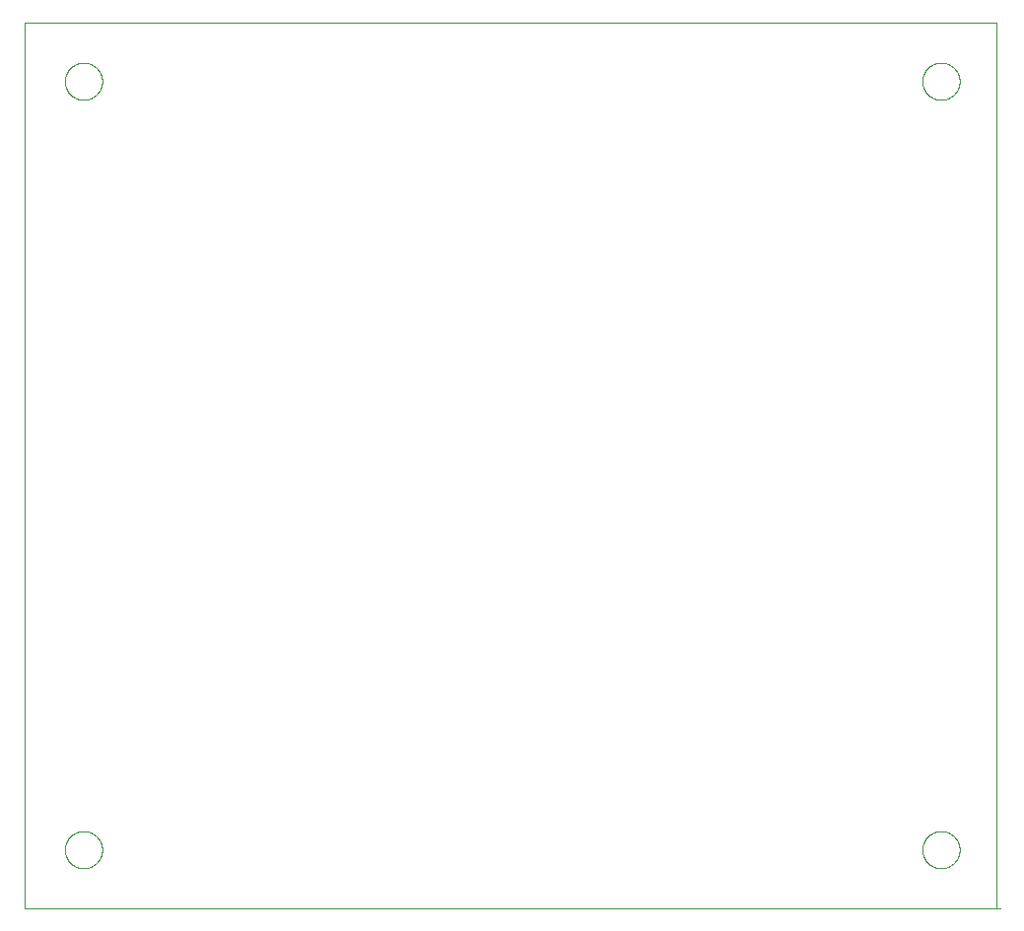
<source format=gbo>
G75*
%MOIN*%
%OFA0B0*%
%FSLAX25Y25*%
%IPPOS*%
%LPD*%
%AMOC8*
5,1,8,0,0,1.08239X$1,22.5*
%
%ADD10C,0.00000*%
D10*
X0016800Y0016800D02*
X0346800Y0016800D01*
X0345501Y0016800D02*
X0345501Y0316761D01*
X0016800Y0316761D01*
X0016800Y0016800D01*
X0030501Y0036800D02*
X0030503Y0036958D01*
X0030509Y0037116D01*
X0030519Y0037274D01*
X0030533Y0037432D01*
X0030551Y0037589D01*
X0030572Y0037746D01*
X0030598Y0037902D01*
X0030628Y0038058D01*
X0030661Y0038213D01*
X0030699Y0038366D01*
X0030740Y0038519D01*
X0030785Y0038671D01*
X0030834Y0038822D01*
X0030887Y0038971D01*
X0030943Y0039119D01*
X0031003Y0039265D01*
X0031067Y0039410D01*
X0031135Y0039553D01*
X0031206Y0039695D01*
X0031280Y0039835D01*
X0031358Y0039972D01*
X0031440Y0040108D01*
X0031524Y0040242D01*
X0031613Y0040373D01*
X0031704Y0040502D01*
X0031799Y0040629D01*
X0031896Y0040754D01*
X0031997Y0040876D01*
X0032101Y0040995D01*
X0032208Y0041112D01*
X0032318Y0041226D01*
X0032431Y0041337D01*
X0032546Y0041446D01*
X0032664Y0041551D01*
X0032785Y0041653D01*
X0032908Y0041753D01*
X0033034Y0041849D01*
X0033162Y0041942D01*
X0033292Y0042032D01*
X0033425Y0042118D01*
X0033560Y0042202D01*
X0033696Y0042281D01*
X0033835Y0042358D01*
X0033976Y0042430D01*
X0034118Y0042500D01*
X0034262Y0042565D01*
X0034408Y0042627D01*
X0034555Y0042685D01*
X0034704Y0042740D01*
X0034854Y0042791D01*
X0035005Y0042838D01*
X0035157Y0042881D01*
X0035310Y0042920D01*
X0035465Y0042956D01*
X0035620Y0042987D01*
X0035776Y0043015D01*
X0035932Y0043039D01*
X0036089Y0043059D01*
X0036247Y0043075D01*
X0036404Y0043087D01*
X0036563Y0043095D01*
X0036721Y0043099D01*
X0036879Y0043099D01*
X0037037Y0043095D01*
X0037196Y0043087D01*
X0037353Y0043075D01*
X0037511Y0043059D01*
X0037668Y0043039D01*
X0037824Y0043015D01*
X0037980Y0042987D01*
X0038135Y0042956D01*
X0038290Y0042920D01*
X0038443Y0042881D01*
X0038595Y0042838D01*
X0038746Y0042791D01*
X0038896Y0042740D01*
X0039045Y0042685D01*
X0039192Y0042627D01*
X0039338Y0042565D01*
X0039482Y0042500D01*
X0039624Y0042430D01*
X0039765Y0042358D01*
X0039904Y0042281D01*
X0040040Y0042202D01*
X0040175Y0042118D01*
X0040308Y0042032D01*
X0040438Y0041942D01*
X0040566Y0041849D01*
X0040692Y0041753D01*
X0040815Y0041653D01*
X0040936Y0041551D01*
X0041054Y0041446D01*
X0041169Y0041337D01*
X0041282Y0041226D01*
X0041392Y0041112D01*
X0041499Y0040995D01*
X0041603Y0040876D01*
X0041704Y0040754D01*
X0041801Y0040629D01*
X0041896Y0040502D01*
X0041987Y0040373D01*
X0042076Y0040242D01*
X0042160Y0040108D01*
X0042242Y0039972D01*
X0042320Y0039835D01*
X0042394Y0039695D01*
X0042465Y0039553D01*
X0042533Y0039410D01*
X0042597Y0039265D01*
X0042657Y0039119D01*
X0042713Y0038971D01*
X0042766Y0038822D01*
X0042815Y0038671D01*
X0042860Y0038519D01*
X0042901Y0038366D01*
X0042939Y0038213D01*
X0042972Y0038058D01*
X0043002Y0037902D01*
X0043028Y0037746D01*
X0043049Y0037589D01*
X0043067Y0037432D01*
X0043081Y0037274D01*
X0043091Y0037116D01*
X0043097Y0036958D01*
X0043099Y0036800D01*
X0043097Y0036642D01*
X0043091Y0036484D01*
X0043081Y0036326D01*
X0043067Y0036168D01*
X0043049Y0036011D01*
X0043028Y0035854D01*
X0043002Y0035698D01*
X0042972Y0035542D01*
X0042939Y0035387D01*
X0042901Y0035234D01*
X0042860Y0035081D01*
X0042815Y0034929D01*
X0042766Y0034778D01*
X0042713Y0034629D01*
X0042657Y0034481D01*
X0042597Y0034335D01*
X0042533Y0034190D01*
X0042465Y0034047D01*
X0042394Y0033905D01*
X0042320Y0033765D01*
X0042242Y0033628D01*
X0042160Y0033492D01*
X0042076Y0033358D01*
X0041987Y0033227D01*
X0041896Y0033098D01*
X0041801Y0032971D01*
X0041704Y0032846D01*
X0041603Y0032724D01*
X0041499Y0032605D01*
X0041392Y0032488D01*
X0041282Y0032374D01*
X0041169Y0032263D01*
X0041054Y0032154D01*
X0040936Y0032049D01*
X0040815Y0031947D01*
X0040692Y0031847D01*
X0040566Y0031751D01*
X0040438Y0031658D01*
X0040308Y0031568D01*
X0040175Y0031482D01*
X0040040Y0031398D01*
X0039904Y0031319D01*
X0039765Y0031242D01*
X0039624Y0031170D01*
X0039482Y0031100D01*
X0039338Y0031035D01*
X0039192Y0030973D01*
X0039045Y0030915D01*
X0038896Y0030860D01*
X0038746Y0030809D01*
X0038595Y0030762D01*
X0038443Y0030719D01*
X0038290Y0030680D01*
X0038135Y0030644D01*
X0037980Y0030613D01*
X0037824Y0030585D01*
X0037668Y0030561D01*
X0037511Y0030541D01*
X0037353Y0030525D01*
X0037196Y0030513D01*
X0037037Y0030505D01*
X0036879Y0030501D01*
X0036721Y0030501D01*
X0036563Y0030505D01*
X0036404Y0030513D01*
X0036247Y0030525D01*
X0036089Y0030541D01*
X0035932Y0030561D01*
X0035776Y0030585D01*
X0035620Y0030613D01*
X0035465Y0030644D01*
X0035310Y0030680D01*
X0035157Y0030719D01*
X0035005Y0030762D01*
X0034854Y0030809D01*
X0034704Y0030860D01*
X0034555Y0030915D01*
X0034408Y0030973D01*
X0034262Y0031035D01*
X0034118Y0031100D01*
X0033976Y0031170D01*
X0033835Y0031242D01*
X0033696Y0031319D01*
X0033560Y0031398D01*
X0033425Y0031482D01*
X0033292Y0031568D01*
X0033162Y0031658D01*
X0033034Y0031751D01*
X0032908Y0031847D01*
X0032785Y0031947D01*
X0032664Y0032049D01*
X0032546Y0032154D01*
X0032431Y0032263D01*
X0032318Y0032374D01*
X0032208Y0032488D01*
X0032101Y0032605D01*
X0031997Y0032724D01*
X0031896Y0032846D01*
X0031799Y0032971D01*
X0031704Y0033098D01*
X0031613Y0033227D01*
X0031524Y0033358D01*
X0031440Y0033492D01*
X0031358Y0033628D01*
X0031280Y0033765D01*
X0031206Y0033905D01*
X0031135Y0034047D01*
X0031067Y0034190D01*
X0031003Y0034335D01*
X0030943Y0034481D01*
X0030887Y0034629D01*
X0030834Y0034778D01*
X0030785Y0034929D01*
X0030740Y0035081D01*
X0030699Y0035234D01*
X0030661Y0035387D01*
X0030628Y0035542D01*
X0030598Y0035698D01*
X0030572Y0035854D01*
X0030551Y0036011D01*
X0030533Y0036168D01*
X0030519Y0036326D01*
X0030509Y0036484D01*
X0030503Y0036642D01*
X0030501Y0036800D01*
X0030501Y0296800D02*
X0030503Y0296958D01*
X0030509Y0297116D01*
X0030519Y0297274D01*
X0030533Y0297432D01*
X0030551Y0297589D01*
X0030572Y0297746D01*
X0030598Y0297902D01*
X0030628Y0298058D01*
X0030661Y0298213D01*
X0030699Y0298366D01*
X0030740Y0298519D01*
X0030785Y0298671D01*
X0030834Y0298822D01*
X0030887Y0298971D01*
X0030943Y0299119D01*
X0031003Y0299265D01*
X0031067Y0299410D01*
X0031135Y0299553D01*
X0031206Y0299695D01*
X0031280Y0299835D01*
X0031358Y0299972D01*
X0031440Y0300108D01*
X0031524Y0300242D01*
X0031613Y0300373D01*
X0031704Y0300502D01*
X0031799Y0300629D01*
X0031896Y0300754D01*
X0031997Y0300876D01*
X0032101Y0300995D01*
X0032208Y0301112D01*
X0032318Y0301226D01*
X0032431Y0301337D01*
X0032546Y0301446D01*
X0032664Y0301551D01*
X0032785Y0301653D01*
X0032908Y0301753D01*
X0033034Y0301849D01*
X0033162Y0301942D01*
X0033292Y0302032D01*
X0033425Y0302118D01*
X0033560Y0302202D01*
X0033696Y0302281D01*
X0033835Y0302358D01*
X0033976Y0302430D01*
X0034118Y0302500D01*
X0034262Y0302565D01*
X0034408Y0302627D01*
X0034555Y0302685D01*
X0034704Y0302740D01*
X0034854Y0302791D01*
X0035005Y0302838D01*
X0035157Y0302881D01*
X0035310Y0302920D01*
X0035465Y0302956D01*
X0035620Y0302987D01*
X0035776Y0303015D01*
X0035932Y0303039D01*
X0036089Y0303059D01*
X0036247Y0303075D01*
X0036404Y0303087D01*
X0036563Y0303095D01*
X0036721Y0303099D01*
X0036879Y0303099D01*
X0037037Y0303095D01*
X0037196Y0303087D01*
X0037353Y0303075D01*
X0037511Y0303059D01*
X0037668Y0303039D01*
X0037824Y0303015D01*
X0037980Y0302987D01*
X0038135Y0302956D01*
X0038290Y0302920D01*
X0038443Y0302881D01*
X0038595Y0302838D01*
X0038746Y0302791D01*
X0038896Y0302740D01*
X0039045Y0302685D01*
X0039192Y0302627D01*
X0039338Y0302565D01*
X0039482Y0302500D01*
X0039624Y0302430D01*
X0039765Y0302358D01*
X0039904Y0302281D01*
X0040040Y0302202D01*
X0040175Y0302118D01*
X0040308Y0302032D01*
X0040438Y0301942D01*
X0040566Y0301849D01*
X0040692Y0301753D01*
X0040815Y0301653D01*
X0040936Y0301551D01*
X0041054Y0301446D01*
X0041169Y0301337D01*
X0041282Y0301226D01*
X0041392Y0301112D01*
X0041499Y0300995D01*
X0041603Y0300876D01*
X0041704Y0300754D01*
X0041801Y0300629D01*
X0041896Y0300502D01*
X0041987Y0300373D01*
X0042076Y0300242D01*
X0042160Y0300108D01*
X0042242Y0299972D01*
X0042320Y0299835D01*
X0042394Y0299695D01*
X0042465Y0299553D01*
X0042533Y0299410D01*
X0042597Y0299265D01*
X0042657Y0299119D01*
X0042713Y0298971D01*
X0042766Y0298822D01*
X0042815Y0298671D01*
X0042860Y0298519D01*
X0042901Y0298366D01*
X0042939Y0298213D01*
X0042972Y0298058D01*
X0043002Y0297902D01*
X0043028Y0297746D01*
X0043049Y0297589D01*
X0043067Y0297432D01*
X0043081Y0297274D01*
X0043091Y0297116D01*
X0043097Y0296958D01*
X0043099Y0296800D01*
X0043097Y0296642D01*
X0043091Y0296484D01*
X0043081Y0296326D01*
X0043067Y0296168D01*
X0043049Y0296011D01*
X0043028Y0295854D01*
X0043002Y0295698D01*
X0042972Y0295542D01*
X0042939Y0295387D01*
X0042901Y0295234D01*
X0042860Y0295081D01*
X0042815Y0294929D01*
X0042766Y0294778D01*
X0042713Y0294629D01*
X0042657Y0294481D01*
X0042597Y0294335D01*
X0042533Y0294190D01*
X0042465Y0294047D01*
X0042394Y0293905D01*
X0042320Y0293765D01*
X0042242Y0293628D01*
X0042160Y0293492D01*
X0042076Y0293358D01*
X0041987Y0293227D01*
X0041896Y0293098D01*
X0041801Y0292971D01*
X0041704Y0292846D01*
X0041603Y0292724D01*
X0041499Y0292605D01*
X0041392Y0292488D01*
X0041282Y0292374D01*
X0041169Y0292263D01*
X0041054Y0292154D01*
X0040936Y0292049D01*
X0040815Y0291947D01*
X0040692Y0291847D01*
X0040566Y0291751D01*
X0040438Y0291658D01*
X0040308Y0291568D01*
X0040175Y0291482D01*
X0040040Y0291398D01*
X0039904Y0291319D01*
X0039765Y0291242D01*
X0039624Y0291170D01*
X0039482Y0291100D01*
X0039338Y0291035D01*
X0039192Y0290973D01*
X0039045Y0290915D01*
X0038896Y0290860D01*
X0038746Y0290809D01*
X0038595Y0290762D01*
X0038443Y0290719D01*
X0038290Y0290680D01*
X0038135Y0290644D01*
X0037980Y0290613D01*
X0037824Y0290585D01*
X0037668Y0290561D01*
X0037511Y0290541D01*
X0037353Y0290525D01*
X0037196Y0290513D01*
X0037037Y0290505D01*
X0036879Y0290501D01*
X0036721Y0290501D01*
X0036563Y0290505D01*
X0036404Y0290513D01*
X0036247Y0290525D01*
X0036089Y0290541D01*
X0035932Y0290561D01*
X0035776Y0290585D01*
X0035620Y0290613D01*
X0035465Y0290644D01*
X0035310Y0290680D01*
X0035157Y0290719D01*
X0035005Y0290762D01*
X0034854Y0290809D01*
X0034704Y0290860D01*
X0034555Y0290915D01*
X0034408Y0290973D01*
X0034262Y0291035D01*
X0034118Y0291100D01*
X0033976Y0291170D01*
X0033835Y0291242D01*
X0033696Y0291319D01*
X0033560Y0291398D01*
X0033425Y0291482D01*
X0033292Y0291568D01*
X0033162Y0291658D01*
X0033034Y0291751D01*
X0032908Y0291847D01*
X0032785Y0291947D01*
X0032664Y0292049D01*
X0032546Y0292154D01*
X0032431Y0292263D01*
X0032318Y0292374D01*
X0032208Y0292488D01*
X0032101Y0292605D01*
X0031997Y0292724D01*
X0031896Y0292846D01*
X0031799Y0292971D01*
X0031704Y0293098D01*
X0031613Y0293227D01*
X0031524Y0293358D01*
X0031440Y0293492D01*
X0031358Y0293628D01*
X0031280Y0293765D01*
X0031206Y0293905D01*
X0031135Y0294047D01*
X0031067Y0294190D01*
X0031003Y0294335D01*
X0030943Y0294481D01*
X0030887Y0294629D01*
X0030834Y0294778D01*
X0030785Y0294929D01*
X0030740Y0295081D01*
X0030699Y0295234D01*
X0030661Y0295387D01*
X0030628Y0295542D01*
X0030598Y0295698D01*
X0030572Y0295854D01*
X0030551Y0296011D01*
X0030533Y0296168D01*
X0030519Y0296326D01*
X0030509Y0296484D01*
X0030503Y0296642D01*
X0030501Y0296800D01*
X0320501Y0296800D02*
X0320503Y0296958D01*
X0320509Y0297116D01*
X0320519Y0297274D01*
X0320533Y0297432D01*
X0320551Y0297589D01*
X0320572Y0297746D01*
X0320598Y0297902D01*
X0320628Y0298058D01*
X0320661Y0298213D01*
X0320699Y0298366D01*
X0320740Y0298519D01*
X0320785Y0298671D01*
X0320834Y0298822D01*
X0320887Y0298971D01*
X0320943Y0299119D01*
X0321003Y0299265D01*
X0321067Y0299410D01*
X0321135Y0299553D01*
X0321206Y0299695D01*
X0321280Y0299835D01*
X0321358Y0299972D01*
X0321440Y0300108D01*
X0321524Y0300242D01*
X0321613Y0300373D01*
X0321704Y0300502D01*
X0321799Y0300629D01*
X0321896Y0300754D01*
X0321997Y0300876D01*
X0322101Y0300995D01*
X0322208Y0301112D01*
X0322318Y0301226D01*
X0322431Y0301337D01*
X0322546Y0301446D01*
X0322664Y0301551D01*
X0322785Y0301653D01*
X0322908Y0301753D01*
X0323034Y0301849D01*
X0323162Y0301942D01*
X0323292Y0302032D01*
X0323425Y0302118D01*
X0323560Y0302202D01*
X0323696Y0302281D01*
X0323835Y0302358D01*
X0323976Y0302430D01*
X0324118Y0302500D01*
X0324262Y0302565D01*
X0324408Y0302627D01*
X0324555Y0302685D01*
X0324704Y0302740D01*
X0324854Y0302791D01*
X0325005Y0302838D01*
X0325157Y0302881D01*
X0325310Y0302920D01*
X0325465Y0302956D01*
X0325620Y0302987D01*
X0325776Y0303015D01*
X0325932Y0303039D01*
X0326089Y0303059D01*
X0326247Y0303075D01*
X0326404Y0303087D01*
X0326563Y0303095D01*
X0326721Y0303099D01*
X0326879Y0303099D01*
X0327037Y0303095D01*
X0327196Y0303087D01*
X0327353Y0303075D01*
X0327511Y0303059D01*
X0327668Y0303039D01*
X0327824Y0303015D01*
X0327980Y0302987D01*
X0328135Y0302956D01*
X0328290Y0302920D01*
X0328443Y0302881D01*
X0328595Y0302838D01*
X0328746Y0302791D01*
X0328896Y0302740D01*
X0329045Y0302685D01*
X0329192Y0302627D01*
X0329338Y0302565D01*
X0329482Y0302500D01*
X0329624Y0302430D01*
X0329765Y0302358D01*
X0329904Y0302281D01*
X0330040Y0302202D01*
X0330175Y0302118D01*
X0330308Y0302032D01*
X0330438Y0301942D01*
X0330566Y0301849D01*
X0330692Y0301753D01*
X0330815Y0301653D01*
X0330936Y0301551D01*
X0331054Y0301446D01*
X0331169Y0301337D01*
X0331282Y0301226D01*
X0331392Y0301112D01*
X0331499Y0300995D01*
X0331603Y0300876D01*
X0331704Y0300754D01*
X0331801Y0300629D01*
X0331896Y0300502D01*
X0331987Y0300373D01*
X0332076Y0300242D01*
X0332160Y0300108D01*
X0332242Y0299972D01*
X0332320Y0299835D01*
X0332394Y0299695D01*
X0332465Y0299553D01*
X0332533Y0299410D01*
X0332597Y0299265D01*
X0332657Y0299119D01*
X0332713Y0298971D01*
X0332766Y0298822D01*
X0332815Y0298671D01*
X0332860Y0298519D01*
X0332901Y0298366D01*
X0332939Y0298213D01*
X0332972Y0298058D01*
X0333002Y0297902D01*
X0333028Y0297746D01*
X0333049Y0297589D01*
X0333067Y0297432D01*
X0333081Y0297274D01*
X0333091Y0297116D01*
X0333097Y0296958D01*
X0333099Y0296800D01*
X0333097Y0296642D01*
X0333091Y0296484D01*
X0333081Y0296326D01*
X0333067Y0296168D01*
X0333049Y0296011D01*
X0333028Y0295854D01*
X0333002Y0295698D01*
X0332972Y0295542D01*
X0332939Y0295387D01*
X0332901Y0295234D01*
X0332860Y0295081D01*
X0332815Y0294929D01*
X0332766Y0294778D01*
X0332713Y0294629D01*
X0332657Y0294481D01*
X0332597Y0294335D01*
X0332533Y0294190D01*
X0332465Y0294047D01*
X0332394Y0293905D01*
X0332320Y0293765D01*
X0332242Y0293628D01*
X0332160Y0293492D01*
X0332076Y0293358D01*
X0331987Y0293227D01*
X0331896Y0293098D01*
X0331801Y0292971D01*
X0331704Y0292846D01*
X0331603Y0292724D01*
X0331499Y0292605D01*
X0331392Y0292488D01*
X0331282Y0292374D01*
X0331169Y0292263D01*
X0331054Y0292154D01*
X0330936Y0292049D01*
X0330815Y0291947D01*
X0330692Y0291847D01*
X0330566Y0291751D01*
X0330438Y0291658D01*
X0330308Y0291568D01*
X0330175Y0291482D01*
X0330040Y0291398D01*
X0329904Y0291319D01*
X0329765Y0291242D01*
X0329624Y0291170D01*
X0329482Y0291100D01*
X0329338Y0291035D01*
X0329192Y0290973D01*
X0329045Y0290915D01*
X0328896Y0290860D01*
X0328746Y0290809D01*
X0328595Y0290762D01*
X0328443Y0290719D01*
X0328290Y0290680D01*
X0328135Y0290644D01*
X0327980Y0290613D01*
X0327824Y0290585D01*
X0327668Y0290561D01*
X0327511Y0290541D01*
X0327353Y0290525D01*
X0327196Y0290513D01*
X0327037Y0290505D01*
X0326879Y0290501D01*
X0326721Y0290501D01*
X0326563Y0290505D01*
X0326404Y0290513D01*
X0326247Y0290525D01*
X0326089Y0290541D01*
X0325932Y0290561D01*
X0325776Y0290585D01*
X0325620Y0290613D01*
X0325465Y0290644D01*
X0325310Y0290680D01*
X0325157Y0290719D01*
X0325005Y0290762D01*
X0324854Y0290809D01*
X0324704Y0290860D01*
X0324555Y0290915D01*
X0324408Y0290973D01*
X0324262Y0291035D01*
X0324118Y0291100D01*
X0323976Y0291170D01*
X0323835Y0291242D01*
X0323696Y0291319D01*
X0323560Y0291398D01*
X0323425Y0291482D01*
X0323292Y0291568D01*
X0323162Y0291658D01*
X0323034Y0291751D01*
X0322908Y0291847D01*
X0322785Y0291947D01*
X0322664Y0292049D01*
X0322546Y0292154D01*
X0322431Y0292263D01*
X0322318Y0292374D01*
X0322208Y0292488D01*
X0322101Y0292605D01*
X0321997Y0292724D01*
X0321896Y0292846D01*
X0321799Y0292971D01*
X0321704Y0293098D01*
X0321613Y0293227D01*
X0321524Y0293358D01*
X0321440Y0293492D01*
X0321358Y0293628D01*
X0321280Y0293765D01*
X0321206Y0293905D01*
X0321135Y0294047D01*
X0321067Y0294190D01*
X0321003Y0294335D01*
X0320943Y0294481D01*
X0320887Y0294629D01*
X0320834Y0294778D01*
X0320785Y0294929D01*
X0320740Y0295081D01*
X0320699Y0295234D01*
X0320661Y0295387D01*
X0320628Y0295542D01*
X0320598Y0295698D01*
X0320572Y0295854D01*
X0320551Y0296011D01*
X0320533Y0296168D01*
X0320519Y0296326D01*
X0320509Y0296484D01*
X0320503Y0296642D01*
X0320501Y0296800D01*
X0320501Y0036800D02*
X0320503Y0036958D01*
X0320509Y0037116D01*
X0320519Y0037274D01*
X0320533Y0037432D01*
X0320551Y0037589D01*
X0320572Y0037746D01*
X0320598Y0037902D01*
X0320628Y0038058D01*
X0320661Y0038213D01*
X0320699Y0038366D01*
X0320740Y0038519D01*
X0320785Y0038671D01*
X0320834Y0038822D01*
X0320887Y0038971D01*
X0320943Y0039119D01*
X0321003Y0039265D01*
X0321067Y0039410D01*
X0321135Y0039553D01*
X0321206Y0039695D01*
X0321280Y0039835D01*
X0321358Y0039972D01*
X0321440Y0040108D01*
X0321524Y0040242D01*
X0321613Y0040373D01*
X0321704Y0040502D01*
X0321799Y0040629D01*
X0321896Y0040754D01*
X0321997Y0040876D01*
X0322101Y0040995D01*
X0322208Y0041112D01*
X0322318Y0041226D01*
X0322431Y0041337D01*
X0322546Y0041446D01*
X0322664Y0041551D01*
X0322785Y0041653D01*
X0322908Y0041753D01*
X0323034Y0041849D01*
X0323162Y0041942D01*
X0323292Y0042032D01*
X0323425Y0042118D01*
X0323560Y0042202D01*
X0323696Y0042281D01*
X0323835Y0042358D01*
X0323976Y0042430D01*
X0324118Y0042500D01*
X0324262Y0042565D01*
X0324408Y0042627D01*
X0324555Y0042685D01*
X0324704Y0042740D01*
X0324854Y0042791D01*
X0325005Y0042838D01*
X0325157Y0042881D01*
X0325310Y0042920D01*
X0325465Y0042956D01*
X0325620Y0042987D01*
X0325776Y0043015D01*
X0325932Y0043039D01*
X0326089Y0043059D01*
X0326247Y0043075D01*
X0326404Y0043087D01*
X0326563Y0043095D01*
X0326721Y0043099D01*
X0326879Y0043099D01*
X0327037Y0043095D01*
X0327196Y0043087D01*
X0327353Y0043075D01*
X0327511Y0043059D01*
X0327668Y0043039D01*
X0327824Y0043015D01*
X0327980Y0042987D01*
X0328135Y0042956D01*
X0328290Y0042920D01*
X0328443Y0042881D01*
X0328595Y0042838D01*
X0328746Y0042791D01*
X0328896Y0042740D01*
X0329045Y0042685D01*
X0329192Y0042627D01*
X0329338Y0042565D01*
X0329482Y0042500D01*
X0329624Y0042430D01*
X0329765Y0042358D01*
X0329904Y0042281D01*
X0330040Y0042202D01*
X0330175Y0042118D01*
X0330308Y0042032D01*
X0330438Y0041942D01*
X0330566Y0041849D01*
X0330692Y0041753D01*
X0330815Y0041653D01*
X0330936Y0041551D01*
X0331054Y0041446D01*
X0331169Y0041337D01*
X0331282Y0041226D01*
X0331392Y0041112D01*
X0331499Y0040995D01*
X0331603Y0040876D01*
X0331704Y0040754D01*
X0331801Y0040629D01*
X0331896Y0040502D01*
X0331987Y0040373D01*
X0332076Y0040242D01*
X0332160Y0040108D01*
X0332242Y0039972D01*
X0332320Y0039835D01*
X0332394Y0039695D01*
X0332465Y0039553D01*
X0332533Y0039410D01*
X0332597Y0039265D01*
X0332657Y0039119D01*
X0332713Y0038971D01*
X0332766Y0038822D01*
X0332815Y0038671D01*
X0332860Y0038519D01*
X0332901Y0038366D01*
X0332939Y0038213D01*
X0332972Y0038058D01*
X0333002Y0037902D01*
X0333028Y0037746D01*
X0333049Y0037589D01*
X0333067Y0037432D01*
X0333081Y0037274D01*
X0333091Y0037116D01*
X0333097Y0036958D01*
X0333099Y0036800D01*
X0333097Y0036642D01*
X0333091Y0036484D01*
X0333081Y0036326D01*
X0333067Y0036168D01*
X0333049Y0036011D01*
X0333028Y0035854D01*
X0333002Y0035698D01*
X0332972Y0035542D01*
X0332939Y0035387D01*
X0332901Y0035234D01*
X0332860Y0035081D01*
X0332815Y0034929D01*
X0332766Y0034778D01*
X0332713Y0034629D01*
X0332657Y0034481D01*
X0332597Y0034335D01*
X0332533Y0034190D01*
X0332465Y0034047D01*
X0332394Y0033905D01*
X0332320Y0033765D01*
X0332242Y0033628D01*
X0332160Y0033492D01*
X0332076Y0033358D01*
X0331987Y0033227D01*
X0331896Y0033098D01*
X0331801Y0032971D01*
X0331704Y0032846D01*
X0331603Y0032724D01*
X0331499Y0032605D01*
X0331392Y0032488D01*
X0331282Y0032374D01*
X0331169Y0032263D01*
X0331054Y0032154D01*
X0330936Y0032049D01*
X0330815Y0031947D01*
X0330692Y0031847D01*
X0330566Y0031751D01*
X0330438Y0031658D01*
X0330308Y0031568D01*
X0330175Y0031482D01*
X0330040Y0031398D01*
X0329904Y0031319D01*
X0329765Y0031242D01*
X0329624Y0031170D01*
X0329482Y0031100D01*
X0329338Y0031035D01*
X0329192Y0030973D01*
X0329045Y0030915D01*
X0328896Y0030860D01*
X0328746Y0030809D01*
X0328595Y0030762D01*
X0328443Y0030719D01*
X0328290Y0030680D01*
X0328135Y0030644D01*
X0327980Y0030613D01*
X0327824Y0030585D01*
X0327668Y0030561D01*
X0327511Y0030541D01*
X0327353Y0030525D01*
X0327196Y0030513D01*
X0327037Y0030505D01*
X0326879Y0030501D01*
X0326721Y0030501D01*
X0326563Y0030505D01*
X0326404Y0030513D01*
X0326247Y0030525D01*
X0326089Y0030541D01*
X0325932Y0030561D01*
X0325776Y0030585D01*
X0325620Y0030613D01*
X0325465Y0030644D01*
X0325310Y0030680D01*
X0325157Y0030719D01*
X0325005Y0030762D01*
X0324854Y0030809D01*
X0324704Y0030860D01*
X0324555Y0030915D01*
X0324408Y0030973D01*
X0324262Y0031035D01*
X0324118Y0031100D01*
X0323976Y0031170D01*
X0323835Y0031242D01*
X0323696Y0031319D01*
X0323560Y0031398D01*
X0323425Y0031482D01*
X0323292Y0031568D01*
X0323162Y0031658D01*
X0323034Y0031751D01*
X0322908Y0031847D01*
X0322785Y0031947D01*
X0322664Y0032049D01*
X0322546Y0032154D01*
X0322431Y0032263D01*
X0322318Y0032374D01*
X0322208Y0032488D01*
X0322101Y0032605D01*
X0321997Y0032724D01*
X0321896Y0032846D01*
X0321799Y0032971D01*
X0321704Y0033098D01*
X0321613Y0033227D01*
X0321524Y0033358D01*
X0321440Y0033492D01*
X0321358Y0033628D01*
X0321280Y0033765D01*
X0321206Y0033905D01*
X0321135Y0034047D01*
X0321067Y0034190D01*
X0321003Y0034335D01*
X0320943Y0034481D01*
X0320887Y0034629D01*
X0320834Y0034778D01*
X0320785Y0034929D01*
X0320740Y0035081D01*
X0320699Y0035234D01*
X0320661Y0035387D01*
X0320628Y0035542D01*
X0320598Y0035698D01*
X0320572Y0035854D01*
X0320551Y0036011D01*
X0320533Y0036168D01*
X0320519Y0036326D01*
X0320509Y0036484D01*
X0320503Y0036642D01*
X0320501Y0036800D01*
M02*

</source>
